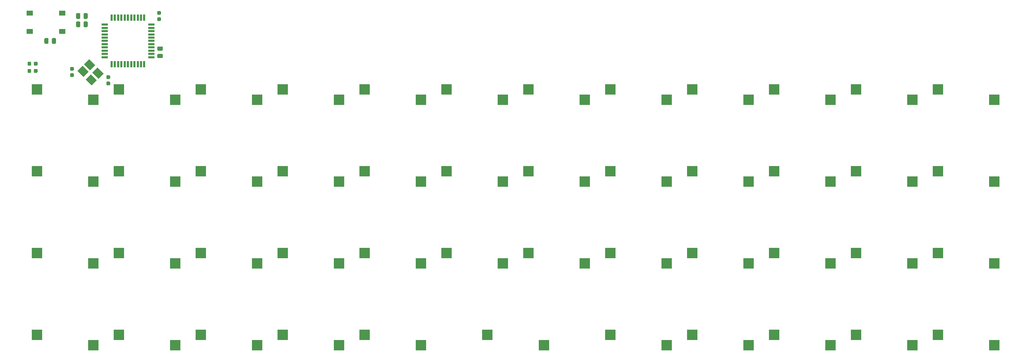
<source format=gbr>
G04 #@! TF.GenerationSoftware,KiCad,Pcbnew,5.1.12-84ad8e8a86~92~ubuntu20.04.1*
G04 #@! TF.CreationDate,2021-12-05T18:43:19-05:00*
G04 #@! TF.ProjectId,Keyboard_JPP,4b657962-6f61-4726-945f-4a50502e6b69,rev?*
G04 #@! TF.SameCoordinates,Original*
G04 #@! TF.FileFunction,Paste,Top*
G04 #@! TF.FilePolarity,Positive*
%FSLAX46Y46*%
G04 Gerber Fmt 4.6, Leading zero omitted, Abs format (unit mm)*
G04 Created by KiCad (PCBNEW 5.1.12-84ad8e8a86~92~ubuntu20.04.1) date 2021-12-05 18:43:19*
%MOMM*%
%LPD*%
G01*
G04 APERTURE LIST*
%ADD10C,0.100000*%
%ADD11R,1.500000X0.550000*%
%ADD12R,0.550000X1.500000*%
%ADD13R,2.550000X2.500000*%
%ADD14R,1.550000X1.300000*%
G04 APERTURE END LIST*
D10*
G36*
X45745122Y-53059022D02*
G01*
X44472330Y-54331814D01*
X42987406Y-52846890D01*
X44260198Y-51574098D01*
X45745122Y-53059022D01*
G37*
G36*
X43694512Y-51008412D02*
G01*
X42421720Y-52281204D01*
X40936796Y-50796280D01*
X42209588Y-49523488D01*
X43694512Y-51008412D01*
G37*
G36*
X45320858Y-49382066D02*
G01*
X44048066Y-50654858D01*
X42563142Y-49169934D01*
X43835934Y-47897142D01*
X45320858Y-49382066D01*
G37*
G36*
X47371468Y-51432676D02*
G01*
X46098676Y-52705468D01*
X44613752Y-51220544D01*
X45886544Y-49947752D01*
X47371468Y-51432676D01*
G37*
D11*
X59040000Y-39434000D03*
X59040000Y-40234000D03*
X59040000Y-41034000D03*
X59040000Y-41834000D03*
X59040000Y-42634000D03*
X59040000Y-43434000D03*
X59040000Y-44234000D03*
X59040000Y-45034000D03*
X59040000Y-45834000D03*
X59040000Y-46634000D03*
X59040000Y-47434000D03*
D12*
X57340000Y-49134000D03*
X56540000Y-49134000D03*
X55740000Y-49134000D03*
X54940000Y-49134000D03*
X54140000Y-49134000D03*
X53340000Y-49134000D03*
X52540000Y-49134000D03*
X51740000Y-49134000D03*
X50940000Y-49134000D03*
X50140000Y-49134000D03*
X49340000Y-49134000D03*
D11*
X47640000Y-47434000D03*
X47640000Y-46634000D03*
X47640000Y-45834000D03*
X47640000Y-45034000D03*
X47640000Y-44234000D03*
X47640000Y-43434000D03*
X47640000Y-42634000D03*
X47640000Y-41834000D03*
X47640000Y-41034000D03*
X47640000Y-40234000D03*
X47640000Y-39434000D03*
D12*
X49340000Y-37734000D03*
X50140000Y-37734000D03*
X50940000Y-37734000D03*
X51740000Y-37734000D03*
X52540000Y-37734000D03*
X53340000Y-37734000D03*
X54140000Y-37734000D03*
X54940000Y-37734000D03*
X55740000Y-37734000D03*
X56540000Y-37734000D03*
X57340000Y-37734000D03*
D13*
X44898000Y-118110000D03*
X31048000Y-115570000D03*
X44898000Y-98044000D03*
X31048000Y-95504000D03*
X44898000Y-77978000D03*
X31048000Y-75438000D03*
X44898000Y-57912000D03*
X31048000Y-55372000D03*
X64964000Y-118110000D03*
X51114000Y-115570000D03*
X64964000Y-98044000D03*
X51114000Y-95504000D03*
X64964000Y-77978000D03*
X51114000Y-75438000D03*
X64964000Y-57912000D03*
X51114000Y-55372000D03*
X85030000Y-118110000D03*
X71180000Y-115570000D03*
X85030000Y-98044000D03*
X71180000Y-95504000D03*
X85030000Y-77978000D03*
X71180000Y-75438000D03*
X85030000Y-57912000D03*
X71180000Y-55372000D03*
X105096000Y-118110000D03*
X91246000Y-115570000D03*
X105096000Y-98044000D03*
X91246000Y-95504000D03*
X105096000Y-77978000D03*
X91246000Y-75438000D03*
X105096000Y-57912000D03*
X91246000Y-55372000D03*
X125162000Y-118110000D03*
X111312000Y-115570000D03*
X125162000Y-98044000D03*
X111312000Y-95504000D03*
X125162000Y-77978000D03*
X111312000Y-75438000D03*
X125162000Y-57912000D03*
X111312000Y-55372000D03*
X145228000Y-98044000D03*
X131378000Y-95504000D03*
X145228000Y-77978000D03*
X131378000Y-75438000D03*
X145228000Y-57912000D03*
X131378000Y-55372000D03*
X155261000Y-118110000D03*
X141411000Y-115570000D03*
X165294000Y-98044000D03*
X151444000Y-95504000D03*
X165294000Y-77978000D03*
X151444000Y-75438000D03*
X165294000Y-57912000D03*
X151444000Y-55372000D03*
X185360000Y-118110000D03*
X171510000Y-115570000D03*
X185360000Y-98044000D03*
X171510000Y-95504000D03*
X185360000Y-77978000D03*
X171510000Y-75438000D03*
X185360000Y-57912000D03*
X171510000Y-55372000D03*
X205426000Y-118110000D03*
X191576000Y-115570000D03*
X205426000Y-98044000D03*
X191576000Y-95504000D03*
X205426000Y-77978000D03*
X191576000Y-75438000D03*
X205426000Y-57912000D03*
X191576000Y-55372000D03*
X225492000Y-118110000D03*
X211642000Y-115570000D03*
X225492000Y-98044000D03*
X211642000Y-95504000D03*
X225492000Y-77978000D03*
X211642000Y-75438000D03*
X225492000Y-57912000D03*
X211642000Y-55372000D03*
X245558000Y-118110000D03*
X231708000Y-115570000D03*
X245558000Y-98044000D03*
X231708000Y-95504000D03*
X245558000Y-77978000D03*
X231708000Y-75438000D03*
X245558000Y-57912000D03*
X231708000Y-55372000D03*
X265624000Y-118110000D03*
X251774000Y-115570000D03*
X265624000Y-98044000D03*
X251774000Y-95504000D03*
X265624000Y-77978000D03*
X251774000Y-75438000D03*
X265624000Y-57912000D03*
X251774000Y-55372000D03*
D14*
X37249000Y-41112000D03*
X37249000Y-36612000D03*
X29299000Y-36612000D03*
X29299000Y-41112000D03*
G36*
G01*
X60763999Y-46628000D02*
X61664001Y-46628000D01*
G75*
G02*
X61914000Y-46877999I0J-249999D01*
G01*
X61914000Y-47403001D01*
G75*
G02*
X61664001Y-47653000I-249999J0D01*
G01*
X60763999Y-47653000D01*
G75*
G02*
X60514000Y-47403001I0J249999D01*
G01*
X60514000Y-46877999D01*
G75*
G02*
X60763999Y-46628000I249999J0D01*
G01*
G37*
G36*
G01*
X60763999Y-44803000D02*
X61664001Y-44803000D01*
G75*
G02*
X61914000Y-45052999I0J-249999D01*
G01*
X61914000Y-45578001D01*
G75*
G02*
X61664001Y-45828000I-249999J0D01*
G01*
X60763999Y-45828000D01*
G75*
G02*
X60514000Y-45578001I0J249999D01*
G01*
X60514000Y-45052999D01*
G75*
G02*
X60763999Y-44803000I249999J0D01*
G01*
G37*
G36*
G01*
X41660500Y-36887999D02*
X41660500Y-37788001D01*
G75*
G02*
X41410501Y-38038000I-249999J0D01*
G01*
X40885499Y-38038000D01*
G75*
G02*
X40635500Y-37788001I0J249999D01*
G01*
X40635500Y-36887999D01*
G75*
G02*
X40885499Y-36638000I249999J0D01*
G01*
X41410501Y-36638000D01*
G75*
G02*
X41660500Y-36887999I0J-249999D01*
G01*
G37*
G36*
G01*
X43485500Y-36887999D02*
X43485500Y-37788001D01*
G75*
G02*
X43235501Y-38038000I-249999J0D01*
G01*
X42710499Y-38038000D01*
G75*
G02*
X42460500Y-37788001I0J249999D01*
G01*
X42460500Y-36887999D01*
G75*
G02*
X42710499Y-36638000I249999J0D01*
G01*
X43235501Y-36638000D01*
G75*
G02*
X43485500Y-36887999I0J-249999D01*
G01*
G37*
G36*
G01*
X41660500Y-38919999D02*
X41660500Y-39820001D01*
G75*
G02*
X41410501Y-40070000I-249999J0D01*
G01*
X40885499Y-40070000D01*
G75*
G02*
X40635500Y-39820001I0J249999D01*
G01*
X40635500Y-38919999D01*
G75*
G02*
X40885499Y-38670000I249999J0D01*
G01*
X41410501Y-38670000D01*
G75*
G02*
X41660500Y-38919999I0J-249999D01*
G01*
G37*
G36*
G01*
X43485500Y-38919999D02*
X43485500Y-39820001D01*
G75*
G02*
X43235501Y-40070000I-249999J0D01*
G01*
X42710499Y-40070000D01*
G75*
G02*
X42460500Y-39820001I0J249999D01*
G01*
X42460500Y-38919999D01*
G75*
G02*
X42710499Y-38670000I249999J0D01*
G01*
X43235501Y-38670000D01*
G75*
G02*
X43485500Y-38919999I0J-249999D01*
G01*
G37*
G36*
G01*
X34690000Y-43884001D02*
X34690000Y-42983999D01*
G75*
G02*
X34939999Y-42734000I249999J0D01*
G01*
X35465001Y-42734000D01*
G75*
G02*
X35715000Y-42983999I0J-249999D01*
G01*
X35715000Y-43884001D01*
G75*
G02*
X35465001Y-44134000I-249999J0D01*
G01*
X34939999Y-44134000D01*
G75*
G02*
X34690000Y-43884001I0J249999D01*
G01*
G37*
G36*
G01*
X32865000Y-43884001D02*
X32865000Y-42983999D01*
G75*
G02*
X33114999Y-42734000I249999J0D01*
G01*
X33640001Y-42734000D01*
G75*
G02*
X33890000Y-42983999I0J-249999D01*
G01*
X33890000Y-43884001D01*
G75*
G02*
X33640001Y-44134000I-249999J0D01*
G01*
X33114999Y-44134000D01*
G75*
G02*
X32865000Y-43884001I0J249999D01*
G01*
G37*
G36*
G01*
X39374000Y-51379000D02*
X39874000Y-51379000D01*
G75*
G02*
X40099000Y-51604000I0J-225000D01*
G01*
X40099000Y-52054000D01*
G75*
G02*
X39874000Y-52279000I-225000J0D01*
G01*
X39374000Y-52279000D01*
G75*
G02*
X39149000Y-52054000I0J225000D01*
G01*
X39149000Y-51604000D01*
G75*
G02*
X39374000Y-51379000I225000J0D01*
G01*
G37*
G36*
G01*
X39374000Y-49829000D02*
X39874000Y-49829000D01*
G75*
G02*
X40099000Y-50054000I0J-225000D01*
G01*
X40099000Y-50504000D01*
G75*
G02*
X39874000Y-50729000I-225000J0D01*
G01*
X39374000Y-50729000D01*
G75*
G02*
X39149000Y-50504000I0J225000D01*
G01*
X39149000Y-50054000D01*
G75*
G02*
X39374000Y-49829000I225000J0D01*
G01*
G37*
G36*
G01*
X48264000Y-53424000D02*
X48764000Y-53424000D01*
G75*
G02*
X48989000Y-53649000I0J-225000D01*
G01*
X48989000Y-54099000D01*
G75*
G02*
X48764000Y-54324000I-225000J0D01*
G01*
X48264000Y-54324000D01*
G75*
G02*
X48039000Y-54099000I0J225000D01*
G01*
X48039000Y-53649000D01*
G75*
G02*
X48264000Y-53424000I225000J0D01*
G01*
G37*
G36*
G01*
X48264000Y-51874000D02*
X48764000Y-51874000D01*
G75*
G02*
X48989000Y-52099000I0J-225000D01*
G01*
X48989000Y-52549000D01*
G75*
G02*
X48764000Y-52774000I-225000J0D01*
G01*
X48264000Y-52774000D01*
G75*
G02*
X48039000Y-52549000I0J225000D01*
G01*
X48039000Y-52099000D01*
G75*
G02*
X48264000Y-51874000I225000J0D01*
G01*
G37*
G36*
G01*
X29647000Y-50550000D02*
X29647000Y-51050000D01*
G75*
G02*
X29422000Y-51275000I-225000J0D01*
G01*
X28972000Y-51275000D01*
G75*
G02*
X28747000Y-51050000I0J225000D01*
G01*
X28747000Y-50550000D01*
G75*
G02*
X28972000Y-50325000I225000J0D01*
G01*
X29422000Y-50325000D01*
G75*
G02*
X29647000Y-50550000I0J-225000D01*
G01*
G37*
G36*
G01*
X31197000Y-50550000D02*
X31197000Y-51050000D01*
G75*
G02*
X30972000Y-51275000I-225000J0D01*
G01*
X30522000Y-51275000D01*
G75*
G02*
X30297000Y-51050000I0J225000D01*
G01*
X30297000Y-50550000D01*
G75*
G02*
X30522000Y-50325000I225000J0D01*
G01*
X30972000Y-50325000D01*
G75*
G02*
X31197000Y-50550000I0J-225000D01*
G01*
G37*
G36*
G01*
X29647000Y-48772000D02*
X29647000Y-49272000D01*
G75*
G02*
X29422000Y-49497000I-225000J0D01*
G01*
X28972000Y-49497000D01*
G75*
G02*
X28747000Y-49272000I0J225000D01*
G01*
X28747000Y-48772000D01*
G75*
G02*
X28972000Y-48547000I225000J0D01*
G01*
X29422000Y-48547000D01*
G75*
G02*
X29647000Y-48772000I0J-225000D01*
G01*
G37*
G36*
G01*
X31197000Y-48772000D02*
X31197000Y-49272000D01*
G75*
G02*
X30972000Y-49497000I-225000J0D01*
G01*
X30522000Y-49497000D01*
G75*
G02*
X30297000Y-49272000I0J225000D01*
G01*
X30297000Y-48772000D01*
G75*
G02*
X30522000Y-48547000I225000J0D01*
G01*
X30972000Y-48547000D01*
G75*
G02*
X31197000Y-48772000I0J-225000D01*
G01*
G37*
G36*
G01*
X61210000Y-37013000D02*
X60710000Y-37013000D01*
G75*
G02*
X60485000Y-36788000I0J225000D01*
G01*
X60485000Y-36338000D01*
G75*
G02*
X60710000Y-36113000I225000J0D01*
G01*
X61210000Y-36113000D01*
G75*
G02*
X61435000Y-36338000I0J-225000D01*
G01*
X61435000Y-36788000D01*
G75*
G02*
X61210000Y-37013000I-225000J0D01*
G01*
G37*
G36*
G01*
X61210000Y-38563000D02*
X60710000Y-38563000D01*
G75*
G02*
X60485000Y-38338000I0J225000D01*
G01*
X60485000Y-37888000D01*
G75*
G02*
X60710000Y-37663000I225000J0D01*
G01*
X61210000Y-37663000D01*
G75*
G02*
X61435000Y-37888000I0J-225000D01*
G01*
X61435000Y-38338000D01*
G75*
G02*
X61210000Y-38563000I-225000J0D01*
G01*
G37*
M02*

</source>
